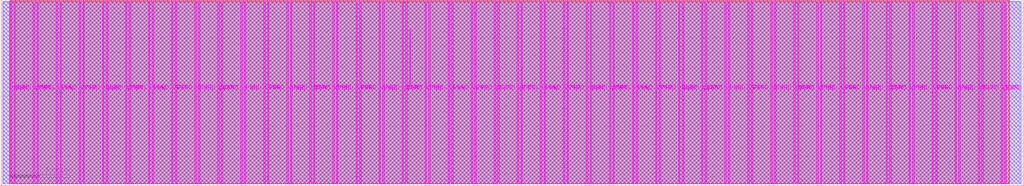
<source format=lef>
VERSION 5.7 ;
  NOWIREEXTENSIONATPIN ON ;
  DIVIDERCHAR "/" ;
  BUSBITCHARS "[]" ;
MACRO tt_um_risc_v_wg_swc1
  CLASS BLOCK ;
  FOREIGN tt_um_risc_v_wg_swc1 ;
  ORIGIN 0.000 0.000 ;
  SIZE 1724.160 BY 313.740 ;
  PIN VGND
    DIRECTION INOUT ;
    USE GROUND ;
    PORT
      LAYER TopMetal1 ;
        RECT 21.580 3.150 23.780 310.180 ;
    END
    PORT
      LAYER TopMetal1 ;
        RECT 60.450 3.150 62.650 310.180 ;
    END
    PORT
      LAYER TopMetal1 ;
        RECT 99.320 3.150 101.520 310.180 ;
    END
    PORT
      LAYER TopMetal1 ;
        RECT 138.190 3.150 140.390 310.180 ;
    END
    PORT
      LAYER TopMetal1 ;
        RECT 177.060 3.150 179.260 310.180 ;
    END
    PORT
      LAYER TopMetal1 ;
        RECT 215.930 3.150 218.130 310.180 ;
    END
    PORT
      LAYER TopMetal1 ;
        RECT 254.800 3.150 257.000 310.180 ;
    END
    PORT
      LAYER TopMetal1 ;
        RECT 293.670 3.150 295.870 310.180 ;
    END
    PORT
      LAYER TopMetal1 ;
        RECT 332.540 3.150 334.740 310.180 ;
    END
    PORT
      LAYER TopMetal1 ;
        RECT 371.410 3.150 373.610 310.180 ;
    END
    PORT
      LAYER TopMetal1 ;
        RECT 410.280 3.150 412.480 310.180 ;
    END
    PORT
      LAYER TopMetal1 ;
        RECT 449.150 3.150 451.350 310.180 ;
    END
    PORT
      LAYER TopMetal1 ;
        RECT 488.020 3.150 490.220 310.180 ;
    END
    PORT
      LAYER TopMetal1 ;
        RECT 526.890 3.150 529.090 310.180 ;
    END
    PORT
      LAYER TopMetal1 ;
        RECT 565.760 3.150 567.960 310.180 ;
    END
    PORT
      LAYER TopMetal1 ;
        RECT 604.630 3.150 606.830 310.180 ;
    END
    PORT
      LAYER TopMetal1 ;
        RECT 643.500 3.150 645.700 310.180 ;
    END
    PORT
      LAYER TopMetal1 ;
        RECT 682.370 3.150 684.570 310.180 ;
    END
    PORT
      LAYER TopMetal1 ;
        RECT 721.240 3.150 723.440 310.180 ;
    END
    PORT
      LAYER TopMetal1 ;
        RECT 760.110 3.150 762.310 310.180 ;
    END
    PORT
      LAYER TopMetal1 ;
        RECT 798.980 3.150 801.180 310.180 ;
    END
    PORT
      LAYER TopMetal1 ;
        RECT 837.850 3.150 840.050 310.180 ;
    END
    PORT
      LAYER TopMetal1 ;
        RECT 876.720 3.150 878.920 310.180 ;
    END
    PORT
      LAYER TopMetal1 ;
        RECT 915.590 3.150 917.790 310.180 ;
    END
    PORT
      LAYER TopMetal1 ;
        RECT 954.460 3.150 956.660 310.180 ;
    END
    PORT
      LAYER TopMetal1 ;
        RECT 993.330 3.150 995.530 310.180 ;
    END
    PORT
      LAYER TopMetal1 ;
        RECT 1032.200 3.150 1034.400 310.180 ;
    END
    PORT
      LAYER TopMetal1 ;
        RECT 1071.070 3.150 1073.270 310.180 ;
    END
    PORT
      LAYER TopMetal1 ;
        RECT 1109.940 3.150 1112.140 310.180 ;
    END
    PORT
      LAYER TopMetal1 ;
        RECT 1148.810 3.150 1151.010 310.180 ;
    END
    PORT
      LAYER TopMetal1 ;
        RECT 1187.680 3.150 1189.880 310.180 ;
    END
    PORT
      LAYER TopMetal1 ;
        RECT 1226.550 3.150 1228.750 310.180 ;
    END
    PORT
      LAYER TopMetal1 ;
        RECT 1265.420 3.150 1267.620 310.180 ;
    END
    PORT
      LAYER TopMetal1 ;
        RECT 1304.290 3.150 1306.490 310.180 ;
    END
    PORT
      LAYER TopMetal1 ;
        RECT 1343.160 3.150 1345.360 310.180 ;
    END
    PORT
      LAYER TopMetal1 ;
        RECT 1382.030 3.150 1384.230 310.180 ;
    END
    PORT
      LAYER TopMetal1 ;
        RECT 1420.900 3.150 1423.100 310.180 ;
    END
    PORT
      LAYER TopMetal1 ;
        RECT 1459.770 3.150 1461.970 310.180 ;
    END
    PORT
      LAYER TopMetal1 ;
        RECT 1498.640 3.150 1500.840 310.180 ;
    END
    PORT
      LAYER TopMetal1 ;
        RECT 1537.510 3.150 1539.710 310.180 ;
    END
    PORT
      LAYER TopMetal1 ;
        RECT 1576.380 3.150 1578.580 310.180 ;
    END
    PORT
      LAYER TopMetal1 ;
        RECT 1615.250 3.150 1617.450 310.180 ;
    END
    PORT
      LAYER TopMetal1 ;
        RECT 1654.120 3.150 1656.320 310.180 ;
    END
    PORT
      LAYER TopMetal1 ;
        RECT 1692.990 3.150 1695.190 310.180 ;
    END
  END VGND
  PIN VPWR
    DIRECTION INOUT ;
    USE POWER ;
    PORT
      LAYER TopMetal1 ;
        RECT 15.380 3.560 17.580 310.590 ;
    END
    PORT
      LAYER TopMetal1 ;
        RECT 54.250 3.560 56.450 310.590 ;
    END
    PORT
      LAYER TopMetal1 ;
        RECT 93.120 3.560 95.320 310.590 ;
    END
    PORT
      LAYER TopMetal1 ;
        RECT 131.990 3.560 134.190 310.590 ;
    END
    PORT
      LAYER TopMetal1 ;
        RECT 170.860 3.560 173.060 310.590 ;
    END
    PORT
      LAYER TopMetal1 ;
        RECT 209.730 3.560 211.930 310.590 ;
    END
    PORT
      LAYER TopMetal1 ;
        RECT 248.600 3.560 250.800 310.590 ;
    END
    PORT
      LAYER TopMetal1 ;
        RECT 287.470 3.560 289.670 310.590 ;
    END
    PORT
      LAYER TopMetal1 ;
        RECT 326.340 3.560 328.540 310.590 ;
    END
    PORT
      LAYER TopMetal1 ;
        RECT 365.210 3.560 367.410 310.590 ;
    END
    PORT
      LAYER TopMetal1 ;
        RECT 404.080 3.560 406.280 310.590 ;
    END
    PORT
      LAYER TopMetal1 ;
        RECT 442.950 3.560 445.150 310.590 ;
    END
    PORT
      LAYER TopMetal1 ;
        RECT 481.820 3.560 484.020 310.590 ;
    END
    PORT
      LAYER TopMetal1 ;
        RECT 520.690 3.560 522.890 310.590 ;
    END
    PORT
      LAYER TopMetal1 ;
        RECT 559.560 3.560 561.760 310.590 ;
    END
    PORT
      LAYER TopMetal1 ;
        RECT 598.430 3.560 600.630 310.590 ;
    END
    PORT
      LAYER TopMetal1 ;
        RECT 637.300 3.560 639.500 310.590 ;
    END
    PORT
      LAYER TopMetal1 ;
        RECT 676.170 3.560 678.370 310.590 ;
    END
    PORT
      LAYER TopMetal1 ;
        RECT 715.040 3.560 717.240 310.590 ;
    END
    PORT
      LAYER TopMetal1 ;
        RECT 753.910 3.560 756.110 310.590 ;
    END
    PORT
      LAYER TopMetal1 ;
        RECT 792.780 3.560 794.980 310.590 ;
    END
    PORT
      LAYER TopMetal1 ;
        RECT 831.650 3.560 833.850 310.590 ;
    END
    PORT
      LAYER TopMetal1 ;
        RECT 870.520 3.560 872.720 310.590 ;
    END
    PORT
      LAYER TopMetal1 ;
        RECT 909.390 3.560 911.590 310.590 ;
    END
    PORT
      LAYER TopMetal1 ;
        RECT 948.260 3.560 950.460 310.590 ;
    END
    PORT
      LAYER TopMetal1 ;
        RECT 987.130 3.560 989.330 310.590 ;
    END
    PORT
      LAYER TopMetal1 ;
        RECT 1026.000 3.560 1028.200 310.590 ;
    END
    PORT
      LAYER TopMetal1 ;
        RECT 1064.870 3.560 1067.070 310.590 ;
    END
    PORT
      LAYER TopMetal1 ;
        RECT 1103.740 3.560 1105.940 310.590 ;
    END
    PORT
      LAYER TopMetal1 ;
        RECT 1142.610 3.560 1144.810 310.590 ;
    END
    PORT
      LAYER TopMetal1 ;
        RECT 1181.480 3.560 1183.680 310.590 ;
    END
    PORT
      LAYER TopMetal1 ;
        RECT 1220.350 3.560 1222.550 310.590 ;
    END
    PORT
      LAYER TopMetal1 ;
        RECT 1259.220 3.560 1261.420 310.590 ;
    END
    PORT
      LAYER TopMetal1 ;
        RECT 1298.090 3.560 1300.290 310.590 ;
    END
    PORT
      LAYER TopMetal1 ;
        RECT 1336.960 3.560 1339.160 310.590 ;
    END
    PORT
      LAYER TopMetal1 ;
        RECT 1375.830 3.560 1378.030 310.590 ;
    END
    PORT
      LAYER TopMetal1 ;
        RECT 1414.700 3.560 1416.900 310.590 ;
    END
    PORT
      LAYER TopMetal1 ;
        RECT 1453.570 3.560 1455.770 310.590 ;
    END
    PORT
      LAYER TopMetal1 ;
        RECT 1492.440 3.560 1494.640 310.590 ;
    END
    PORT
      LAYER TopMetal1 ;
        RECT 1531.310 3.560 1533.510 310.590 ;
    END
    PORT
      LAYER TopMetal1 ;
        RECT 1570.180 3.560 1572.380 310.590 ;
    END
    PORT
      LAYER TopMetal1 ;
        RECT 1609.050 3.560 1611.250 310.590 ;
    END
    PORT
      LAYER TopMetal1 ;
        RECT 1647.920 3.560 1650.120 310.590 ;
    END
    PORT
      LAYER TopMetal1 ;
        RECT 1686.790 3.560 1688.990 310.590 ;
    END
  END VPWR
  PIN clk
    DIRECTION INPUT ;
    USE SIGNAL ;
    ANTENNAGATEAREA 1.333800 ;
    ANTENNADIFFAREA 2.015400 ;
    PORT
      LAYER Metal4 ;
        RECT 187.050 312.740 187.350 313.740 ;
    END
  END clk
  PIN ena
    DIRECTION INPUT ;
    USE SIGNAL ;
    PORT
      LAYER Metal4 ;
        RECT 190.890 312.740 191.190 313.740 ;
    END
  END ena
  PIN rst_n
    DIRECTION INPUT ;
    USE SIGNAL ;
    ANTENNAGATEAREA 1.333800 ;
    ANTENNADIFFAREA 2.015400 ;
    PORT
      LAYER Metal4 ;
        RECT 183.210 312.740 183.510 313.740 ;
    END
  END rst_n
  PIN ui_in[0]
    DIRECTION INPUT ;
    USE SIGNAL ;
    ANTENNAGATEAREA 0.213200 ;
    PORT
      LAYER Metal4 ;
        RECT 179.370 312.740 179.670 313.740 ;
    END
  END ui_in[0]
  PIN ui_in[1]
    DIRECTION INPUT ;
    USE SIGNAL ;
    ANTENNAGATEAREA 0.213200 ;
    PORT
      LAYER Metal4 ;
        RECT 175.530 312.740 175.830 313.740 ;
    END
  END ui_in[1]
  PIN ui_in[2]
    DIRECTION INPUT ;
    USE SIGNAL ;
    ANTENNAGATEAREA 0.180700 ;
    PORT
      LAYER Metal4 ;
        RECT 171.690 312.740 171.990 313.740 ;
    END
  END ui_in[2]
  PIN ui_in[3]
    DIRECTION INPUT ;
    USE SIGNAL ;
    ANTENNAGATEAREA 0.213200 ;
    PORT
      LAYER Metal4 ;
        RECT 167.850 312.740 168.150 313.740 ;
    END
  END ui_in[3]
  PIN ui_in[4]
    DIRECTION INPUT ;
    USE SIGNAL ;
    ANTENNAGATEAREA 0.213200 ;
    PORT
      LAYER Metal4 ;
        RECT 164.010 312.740 164.310 313.740 ;
    END
  END ui_in[4]
  PIN ui_in[5]
    DIRECTION INPUT ;
    USE SIGNAL ;
    ANTENNAGATEAREA 0.213200 ;
    PORT
      LAYER Metal4 ;
        RECT 160.170 312.740 160.470 313.740 ;
    END
  END ui_in[5]
  PIN ui_in[6]
    DIRECTION INPUT ;
    USE SIGNAL ;
    ANTENNAGATEAREA 0.213200 ;
    PORT
      LAYER Metal4 ;
        RECT 156.330 312.740 156.630 313.740 ;
    END
  END ui_in[6]
  PIN ui_in[7]
    DIRECTION INPUT ;
    USE SIGNAL ;
    ANTENNAGATEAREA 0.213200 ;
    PORT
      LAYER Metal4 ;
        RECT 152.490 312.740 152.790 313.740 ;
    END
  END ui_in[7]
  PIN uio_in[0]
    DIRECTION INPUT ;
    USE SIGNAL ;
    ANTENNAGATEAREA 0.180700 ;
    PORT
      LAYER Metal4 ;
        RECT 148.650 312.740 148.950 313.740 ;
    END
  END uio_in[0]
  PIN uio_in[1]
    DIRECTION INPUT ;
    USE SIGNAL ;
    ANTENNAGATEAREA 0.213200 ;
    PORT
      LAYER Metal4 ;
        RECT 144.810 312.740 145.110 313.740 ;
    END
  END uio_in[1]
  PIN uio_in[2]
    DIRECTION INPUT ;
    USE SIGNAL ;
    ANTENNAGATEAREA 0.213200 ;
    PORT
      LAYER Metal4 ;
        RECT 140.970 312.740 141.270 313.740 ;
    END
  END uio_in[2]
  PIN uio_in[3]
    DIRECTION INPUT ;
    USE SIGNAL ;
    ANTENNAGATEAREA 0.180700 ;
    PORT
      LAYER Metal4 ;
        RECT 137.130 312.740 137.430 313.740 ;
    END
  END uio_in[3]
  PIN uio_in[4]
    DIRECTION INPUT ;
    USE SIGNAL ;
    ANTENNAGATEAREA 0.180700 ;
    PORT
      LAYER Metal4 ;
        RECT 133.290 312.740 133.590 313.740 ;
    END
  END uio_in[4]
  PIN uio_in[5]
    DIRECTION INPUT ;
    USE SIGNAL ;
    ANTENNAGATEAREA 0.213200 ;
    PORT
      LAYER Metal4 ;
        RECT 129.450 312.740 129.750 313.740 ;
    END
  END uio_in[5]
  PIN uio_in[6]
    DIRECTION INPUT ;
    USE SIGNAL ;
    ANTENNAGATEAREA 0.213200 ;
    PORT
      LAYER Metal4 ;
        RECT 125.610 312.740 125.910 313.740 ;
    END
  END uio_in[6]
  PIN uio_in[7]
    DIRECTION INPUT ;
    USE SIGNAL ;
    ANTENNAGATEAREA 0.213200 ;
    PORT
      LAYER Metal4 ;
        RECT 121.770 312.740 122.070 313.740 ;
    END
  END uio_in[7]
  PIN uio_oe[0]
    DIRECTION OUTPUT ;
    USE SIGNAL ;
    ANTENNADIFFAREA 2.827200 ;
    PORT
      LAYER Metal4 ;
        RECT 56.490 312.740 56.790 313.740 ;
    END
  END uio_oe[0]
  PIN uio_oe[1]
    DIRECTION OUTPUT ;
    USE SIGNAL ;
    ANTENNADIFFAREA 2.827200 ;
    PORT
      LAYER Metal4 ;
        RECT 52.650 312.740 52.950 313.740 ;
    END
  END uio_oe[1]
  PIN uio_oe[2]
    DIRECTION OUTPUT ;
    USE SIGNAL ;
    ANTENNADIFFAREA 2.827200 ;
    PORT
      LAYER Metal4 ;
        RECT 48.810 312.740 49.110 313.740 ;
    END
  END uio_oe[2]
  PIN uio_oe[3]
    DIRECTION OUTPUT ;
    USE SIGNAL ;
    ANTENNADIFFAREA 2.827200 ;
    PORT
      LAYER Metal4 ;
        RECT 44.970 312.740 45.270 313.740 ;
    END
  END uio_oe[3]
  PIN uio_oe[4]
    DIRECTION OUTPUT ;
    USE SIGNAL ;
    ANTENNAGATEAREA 0.351000 ;
    ANTENNADIFFAREA 0.716100 ;
    PORT
      LAYER Metal4 ;
        RECT 41.130 312.740 41.430 313.740 ;
    END
  END uio_oe[4]
  PIN uio_oe[5]
    DIRECTION OUTPUT ;
    USE SIGNAL ;
    ANTENNAGATEAREA 0.388200 ;
    ANTENNADIFFAREA 0.716100 ;
    PORT
      LAYER Metal4 ;
        RECT 37.290 312.740 37.590 313.740 ;
    END
  END uio_oe[5]
  PIN uio_oe[6]
    DIRECTION OUTPUT ;
    USE SIGNAL ;
    ANTENNAGATEAREA 0.388200 ;
    ANTENNADIFFAREA 0.716100 ;
    PORT
      LAYER Metal4 ;
        RECT 33.450 312.740 33.750 313.740 ;
    END
  END uio_oe[6]
  PIN uio_oe[7]
    DIRECTION OUTPUT ;
    USE SIGNAL ;
    ANTENNAGATEAREA 0.388200 ;
    ANTENNADIFFAREA 0.716100 ;
    PORT
      LAYER Metal4 ;
        RECT 29.610 312.740 29.910 313.740 ;
    END
  END uio_oe[7]
  PIN uio_out[0]
    DIRECTION OUTPUT ;
    USE SIGNAL ;
    ANTENNADIFFAREA 0.716100 ;
    PORT
      LAYER Metal4 ;
        RECT 87.210 312.740 87.510 313.740 ;
    END
  END uio_out[0]
  PIN uio_out[1]
    DIRECTION OUTPUT ;
    USE SIGNAL ;
    ANTENNADIFFAREA 0.716100 ;
    PORT
      LAYER Metal4 ;
        RECT 83.370 312.740 83.670 313.740 ;
    END
  END uio_out[1]
  PIN uio_out[2]
    DIRECTION OUTPUT ;
    USE SIGNAL ;
    ANTENNADIFFAREA 0.716100 ;
    PORT
      LAYER Metal4 ;
        RECT 79.530 312.740 79.830 313.740 ;
    END
  END uio_out[2]
  PIN uio_out[3]
    DIRECTION OUTPUT ;
    USE SIGNAL ;
    ANTENNADIFFAREA 0.716100 ;
    PORT
      LAYER Metal4 ;
        RECT 75.690 312.740 75.990 313.740 ;
    END
  END uio_out[3]
  PIN uio_out[4]
    DIRECTION OUTPUT ;
    USE SIGNAL ;
    ANTENNAGATEAREA 0.354900 ;
    ANTENNADIFFAREA 0.716100 ;
    PORT
      LAYER Metal4 ;
        RECT 71.850 312.740 72.150 313.740 ;
    END
  END uio_out[4]
  PIN uio_out[5]
    DIRECTION OUTPUT ;
    USE SIGNAL ;
    ANTENNAGATEAREA 0.351000 ;
    ANTENNADIFFAREA 0.716100 ;
    PORT
      LAYER Metal4 ;
        RECT 68.010 312.740 68.310 313.740 ;
    END
  END uio_out[5]
  PIN uio_out[6]
    DIRECTION OUTPUT ;
    USE SIGNAL ;
    ANTENNAGATEAREA 0.351000 ;
    ANTENNADIFFAREA 0.716100 ;
    PORT
      LAYER Metal4 ;
        RECT 64.170 312.740 64.470 313.740 ;
    END
  END uio_out[6]
  PIN uio_out[7]
    DIRECTION OUTPUT ;
    USE SIGNAL ;
    ANTENNAGATEAREA 0.351000 ;
    ANTENNADIFFAREA 0.716100 ;
    PORT
      LAYER Metal4 ;
        RECT 60.330 312.740 60.630 313.740 ;
    END
  END uio_out[7]
  PIN uo_out[0]
    DIRECTION OUTPUT ;
    USE SIGNAL ;
    ANTENNADIFFAREA 0.708600 ;
    PORT
      LAYER Metal4 ;
        RECT 117.930 312.740 118.230 313.740 ;
    END
  END uo_out[0]
  PIN uo_out[1]
    DIRECTION OUTPUT ;
    USE SIGNAL ;
    ANTENNADIFFAREA 1.413600 ;
    PORT
      LAYER Metal4 ;
        RECT 114.090 312.740 114.390 313.740 ;
    END
  END uo_out[1]
  PIN uo_out[2]
    DIRECTION OUTPUT ;
    USE SIGNAL ;
    ANTENNADIFFAREA 1.413600 ;
    PORT
      LAYER Metal4 ;
        RECT 110.250 312.740 110.550 313.740 ;
    END
  END uo_out[2]
  PIN uo_out[3]
    DIRECTION OUTPUT ;
    USE SIGNAL ;
    ANTENNADIFFAREA 1.413600 ;
    PORT
      LAYER Metal4 ;
        RECT 106.410 312.740 106.710 313.740 ;
    END
  END uo_out[3]
  PIN uo_out[4]
    DIRECTION OUTPUT ;
    USE SIGNAL ;
    ANTENNADIFFAREA 2.827200 ;
    PORT
      LAYER Metal4 ;
        RECT 102.570 312.740 102.870 313.740 ;
    END
  END uo_out[4]
  PIN uo_out[5]
    DIRECTION OUTPUT ;
    USE SIGNAL ;
    ANTENNADIFFAREA 0.706800 ;
    PORT
      LAYER Metal4 ;
        RECT 98.730 312.740 99.030 313.740 ;
    END
  END uo_out[5]
  PIN uo_out[6]
    DIRECTION OUTPUT ;
    USE SIGNAL ;
    ANTENNADIFFAREA 0.706800 ;
    PORT
      LAYER Metal4 ;
        RECT 94.890 312.740 95.190 313.740 ;
    END
  END uo_out[6]
  PIN uo_out[7]
    DIRECTION OUTPUT ;
    USE SIGNAL ;
    ANTENNADIFFAREA 1.008100 ;
    PORT
      LAYER Metal4 ;
        RECT 91.050 312.740 91.350 313.740 ;
    END
  END uo_out[7]
  OBS
      LAYER GatPoly ;
        RECT 2.880 3.630 1720.320 310.110 ;
      LAYER Metal1 ;
        RECT 2.880 3.560 1720.320 310.180 ;
      LAYER Metal2 ;
        RECT 3.255 3.635 1718.985 310.945 ;
      LAYER Metal3 ;
        RECT 3.215 3.675 1719.025 310.905 ;
      LAYER Metal4 ;
        RECT 14.775 312.530 29.400 313.000 ;
        RECT 30.120 312.530 33.240 313.000 ;
        RECT 33.960 312.530 37.080 313.000 ;
        RECT 37.800 312.530 40.920 313.000 ;
        RECT 41.640 312.530 44.760 313.000 ;
        RECT 45.480 312.530 48.600 313.000 ;
        RECT 49.320 312.530 52.440 313.000 ;
        RECT 53.160 312.530 56.280 313.000 ;
        RECT 57.000 312.530 60.120 313.000 ;
        RECT 60.840 312.530 63.960 313.000 ;
        RECT 64.680 312.530 67.800 313.000 ;
        RECT 68.520 312.530 71.640 313.000 ;
        RECT 72.360 312.530 75.480 313.000 ;
        RECT 76.200 312.530 79.320 313.000 ;
        RECT 80.040 312.530 83.160 313.000 ;
        RECT 83.880 312.530 87.000 313.000 ;
        RECT 87.720 312.530 90.840 313.000 ;
        RECT 91.560 312.530 94.680 313.000 ;
        RECT 95.400 312.530 98.520 313.000 ;
        RECT 99.240 312.530 102.360 313.000 ;
        RECT 103.080 312.530 106.200 313.000 ;
        RECT 106.920 312.530 110.040 313.000 ;
        RECT 110.760 312.530 113.880 313.000 ;
        RECT 114.600 312.530 117.720 313.000 ;
        RECT 118.440 312.530 121.560 313.000 ;
        RECT 122.280 312.530 125.400 313.000 ;
        RECT 126.120 312.530 129.240 313.000 ;
        RECT 129.960 312.530 133.080 313.000 ;
        RECT 133.800 312.530 136.920 313.000 ;
        RECT 137.640 312.530 140.760 313.000 ;
        RECT 141.480 312.530 144.600 313.000 ;
        RECT 145.320 312.530 148.440 313.000 ;
        RECT 149.160 312.530 152.280 313.000 ;
        RECT 153.000 312.530 156.120 313.000 ;
        RECT 156.840 312.530 159.960 313.000 ;
        RECT 160.680 312.530 163.800 313.000 ;
        RECT 164.520 312.530 167.640 313.000 ;
        RECT 168.360 312.530 171.480 313.000 ;
        RECT 172.200 312.530 175.320 313.000 ;
        RECT 176.040 312.530 179.160 313.000 ;
        RECT 179.880 312.530 183.000 313.000 ;
        RECT 183.720 312.530 186.840 313.000 ;
        RECT 187.560 312.530 190.680 313.000 ;
        RECT 191.400 312.530 1700.260 313.000 ;
        RECT 14.775 3.635 1700.260 312.530 ;
      LAYER Metal5 ;
        RECT 14.735 3.470 1695.055 310.270 ;
      LAYER TopMetal1 ;
        RECT 689.380 170.960 691.020 263.320 ;
  END
END tt_um_risc_v_wg_swc1
END LIBRARY


</source>
